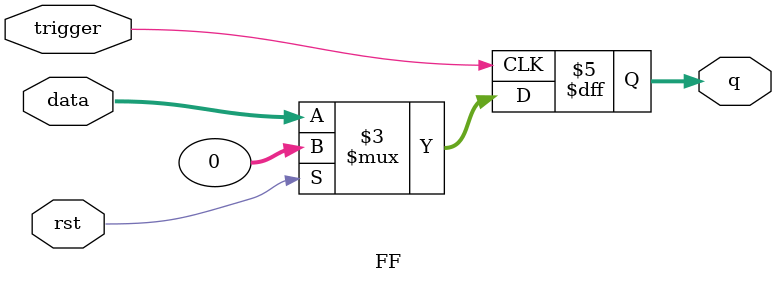
<source format=v>


module FF (
	data,
	trigger,
	rst,
	q);
	
	parameter WIDTH = 32;
	
	input					[WIDTH - 1:0]		data;
	input													trigger;
	input													rst;
	
	output	reg		[WIDTH - 1:0]		q;
	
	always @(posedge trigger)
	begin
		if (rst)
			q <= 0;
		else
			q <= data;
	end
	
endmodule

</source>
